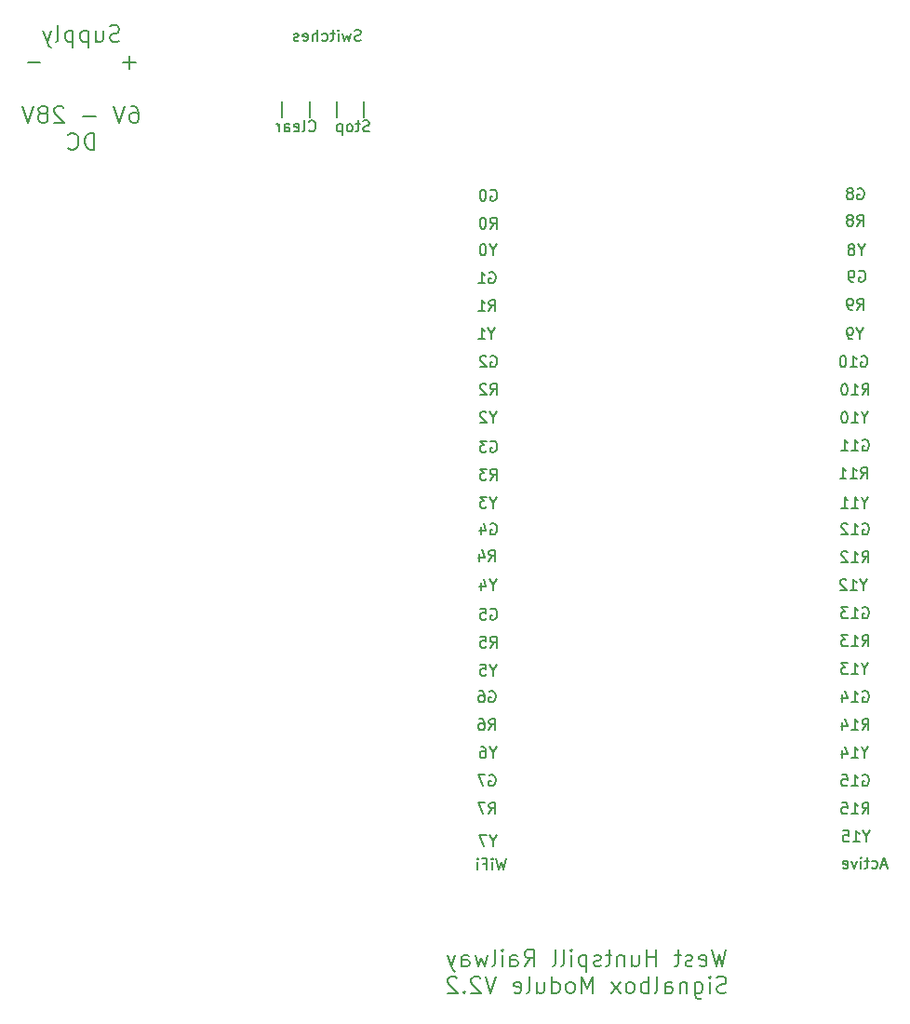
<source format=gbr>
%TF.GenerationSoftware,KiCad,Pcbnew,(5.1.9-0-10_14)*%
%TF.CreationDate,2021-07-30T11:39:19+01:00*%
%TF.ProjectId,SignalBox,5369676e-616c-4426-9f78-2e6b69636164,V2.1*%
%TF.SameCoordinates,Original*%
%TF.FileFunction,Legend,Bot*%
%TF.FilePolarity,Positive*%
%FSLAX46Y46*%
G04 Gerber Fmt 4.6, Leading zero omitted, Abs format (unit mm)*
G04 Created by KiCad (PCBNEW (5.1.9-0-10_14)) date 2021-07-30 11:39:19*
%MOMM*%
%LPD*%
G01*
G04 APERTURE LIST*
%ADD10C,0.150000*%
%ADD11C,0.200000*%
G04 APERTURE END LIST*
D10*
X153878452Y-83034190D02*
X153878452Y-83510380D01*
X154211785Y-82510380D02*
X153878452Y-83034190D01*
X153545119Y-82510380D01*
X153259404Y-82605619D02*
X153211785Y-82558000D01*
X153116547Y-82510380D01*
X152878452Y-82510380D01*
X152783214Y-82558000D01*
X152735595Y-82605619D01*
X152687976Y-82700857D01*
X152687976Y-82796095D01*
X152735595Y-82938952D01*
X153307023Y-83510380D01*
X152687976Y-83510380D01*
D11*
X119887571Y-48793142D02*
X119673285Y-48864571D01*
X119316142Y-48864571D01*
X119173285Y-48793142D01*
X119101857Y-48721714D01*
X119030428Y-48578857D01*
X119030428Y-48436000D01*
X119101857Y-48293142D01*
X119173285Y-48221714D01*
X119316142Y-48150285D01*
X119601857Y-48078857D01*
X119744714Y-48007428D01*
X119816142Y-47936000D01*
X119887571Y-47793142D01*
X119887571Y-47650285D01*
X119816142Y-47507428D01*
X119744714Y-47436000D01*
X119601857Y-47364571D01*
X119244714Y-47364571D01*
X119030428Y-47436000D01*
X117744714Y-47864571D02*
X117744714Y-48864571D01*
X118387571Y-47864571D02*
X118387571Y-48650285D01*
X118316142Y-48793142D01*
X118173285Y-48864571D01*
X117959000Y-48864571D01*
X117816142Y-48793142D01*
X117744714Y-48721714D01*
X117030428Y-47864571D02*
X117030428Y-49364571D01*
X117030428Y-47936000D02*
X116887571Y-47864571D01*
X116601857Y-47864571D01*
X116459000Y-47936000D01*
X116387571Y-48007428D01*
X116316142Y-48150285D01*
X116316142Y-48578857D01*
X116387571Y-48721714D01*
X116459000Y-48793142D01*
X116601857Y-48864571D01*
X116887571Y-48864571D01*
X117030428Y-48793142D01*
X115673285Y-47864571D02*
X115673285Y-49364571D01*
X115673285Y-47936000D02*
X115530428Y-47864571D01*
X115244714Y-47864571D01*
X115101857Y-47936000D01*
X115030428Y-48007428D01*
X114959000Y-48150285D01*
X114959000Y-48578857D01*
X115030428Y-48721714D01*
X115101857Y-48793142D01*
X115244714Y-48864571D01*
X115530428Y-48864571D01*
X115673285Y-48793142D01*
X114101857Y-48864571D02*
X114244714Y-48793142D01*
X114316142Y-48650285D01*
X114316142Y-47364571D01*
X113673285Y-47864571D02*
X113316142Y-48864571D01*
X112959000Y-47864571D02*
X113316142Y-48864571D01*
X113459000Y-49221714D01*
X113530428Y-49293142D01*
X113673285Y-49364571D01*
X121387571Y-50743142D02*
X120244714Y-50743142D01*
X120816142Y-51314571D02*
X120816142Y-50171714D01*
X112673285Y-50743142D02*
X111530428Y-50743142D01*
X120959000Y-54714571D02*
X121244714Y-54714571D01*
X121387571Y-54786000D01*
X121459000Y-54857428D01*
X121601857Y-55071714D01*
X121673285Y-55357428D01*
X121673285Y-55928857D01*
X121601857Y-56071714D01*
X121530428Y-56143142D01*
X121387571Y-56214571D01*
X121101857Y-56214571D01*
X120959000Y-56143142D01*
X120887571Y-56071714D01*
X120816142Y-55928857D01*
X120816142Y-55571714D01*
X120887571Y-55428857D01*
X120959000Y-55357428D01*
X121101857Y-55286000D01*
X121387571Y-55286000D01*
X121530428Y-55357428D01*
X121601857Y-55428857D01*
X121673285Y-55571714D01*
X120387571Y-54714571D02*
X119887571Y-56214571D01*
X119387571Y-54714571D01*
X117744714Y-55643142D02*
X116601857Y-55643142D01*
X114816142Y-54857428D02*
X114744714Y-54786000D01*
X114601857Y-54714571D01*
X114244714Y-54714571D01*
X114101857Y-54786000D01*
X114030428Y-54857428D01*
X113959000Y-55000285D01*
X113959000Y-55143142D01*
X114030428Y-55357428D01*
X114887571Y-56214571D01*
X113959000Y-56214571D01*
X113101857Y-55357428D02*
X113244714Y-55286000D01*
X113316142Y-55214571D01*
X113387571Y-55071714D01*
X113387571Y-55000285D01*
X113316142Y-54857428D01*
X113244714Y-54786000D01*
X113101857Y-54714571D01*
X112816142Y-54714571D01*
X112673285Y-54786000D01*
X112601857Y-54857428D01*
X112530428Y-55000285D01*
X112530428Y-55071714D01*
X112601857Y-55214571D01*
X112673285Y-55286000D01*
X112816142Y-55357428D01*
X113101857Y-55357428D01*
X113244714Y-55428857D01*
X113316142Y-55500285D01*
X113387571Y-55643142D01*
X113387571Y-55928857D01*
X113316142Y-56071714D01*
X113244714Y-56143142D01*
X113101857Y-56214571D01*
X112816142Y-56214571D01*
X112673285Y-56143142D01*
X112601857Y-56071714D01*
X112530428Y-55928857D01*
X112530428Y-55643142D01*
X112601857Y-55500285D01*
X112673285Y-55428857D01*
X112816142Y-55357428D01*
X112101857Y-54714571D02*
X111601857Y-56214571D01*
X111101857Y-54714571D01*
X117601857Y-58664571D02*
X117601857Y-57164571D01*
X117244714Y-57164571D01*
X117030428Y-57236000D01*
X116887571Y-57378857D01*
X116816142Y-57521714D01*
X116744714Y-57807428D01*
X116744714Y-58021714D01*
X116816142Y-58307428D01*
X116887571Y-58450285D01*
X117030428Y-58593142D01*
X117244714Y-58664571D01*
X117601857Y-58664571D01*
X115244714Y-58521714D02*
X115316142Y-58593142D01*
X115530428Y-58664571D01*
X115673285Y-58664571D01*
X115887571Y-58593142D01*
X116030428Y-58450285D01*
X116101857Y-58307428D01*
X116173285Y-58021714D01*
X116173285Y-57807428D01*
X116101857Y-57521714D01*
X116030428Y-57378857D01*
X115887571Y-57236000D01*
X115673285Y-57164571D01*
X115530428Y-57164571D01*
X115316142Y-57236000D01*
X115244714Y-57307428D01*
D10*
X141858619Y-48730761D02*
X141715761Y-48778380D01*
X141477666Y-48778380D01*
X141382428Y-48730761D01*
X141334809Y-48683142D01*
X141287190Y-48587904D01*
X141287190Y-48492666D01*
X141334809Y-48397428D01*
X141382428Y-48349809D01*
X141477666Y-48302190D01*
X141668142Y-48254571D01*
X141763380Y-48206952D01*
X141811000Y-48159333D01*
X141858619Y-48064095D01*
X141858619Y-47968857D01*
X141811000Y-47873619D01*
X141763380Y-47826000D01*
X141668142Y-47778380D01*
X141430047Y-47778380D01*
X141287190Y-47826000D01*
X140953857Y-48111714D02*
X140763380Y-48778380D01*
X140572904Y-48302190D01*
X140382428Y-48778380D01*
X140191952Y-48111714D01*
X139811000Y-48778380D02*
X139811000Y-48111714D01*
X139811000Y-47778380D02*
X139858619Y-47826000D01*
X139811000Y-47873619D01*
X139763380Y-47826000D01*
X139811000Y-47778380D01*
X139811000Y-47873619D01*
X139477666Y-48111714D02*
X139096714Y-48111714D01*
X139334809Y-47778380D02*
X139334809Y-48635523D01*
X139287190Y-48730761D01*
X139191952Y-48778380D01*
X139096714Y-48778380D01*
X138334809Y-48730761D02*
X138430047Y-48778380D01*
X138620523Y-48778380D01*
X138715761Y-48730761D01*
X138763380Y-48683142D01*
X138811000Y-48587904D01*
X138811000Y-48302190D01*
X138763380Y-48206952D01*
X138715761Y-48159333D01*
X138620523Y-48111714D01*
X138430047Y-48111714D01*
X138334809Y-48159333D01*
X137906238Y-48778380D02*
X137906238Y-47778380D01*
X137477666Y-48778380D02*
X137477666Y-48254571D01*
X137525285Y-48159333D01*
X137620523Y-48111714D01*
X137763380Y-48111714D01*
X137858619Y-48159333D01*
X137906238Y-48206952D01*
X136620523Y-48730761D02*
X136715761Y-48778380D01*
X136906238Y-48778380D01*
X137001476Y-48730761D01*
X137049095Y-48635523D01*
X137049095Y-48254571D01*
X137001476Y-48159333D01*
X136906238Y-48111714D01*
X136715761Y-48111714D01*
X136620523Y-48159333D01*
X136572904Y-48254571D01*
X136572904Y-48349809D01*
X137049095Y-48445047D01*
X136191952Y-48730761D02*
X136096714Y-48778380D01*
X135906238Y-48778380D01*
X135811000Y-48730761D01*
X135763380Y-48635523D01*
X135763380Y-48587904D01*
X135811000Y-48492666D01*
X135906238Y-48445047D01*
X136049095Y-48445047D01*
X136144333Y-48397428D01*
X136191952Y-48302190D01*
X136191952Y-48254571D01*
X136144333Y-48159333D01*
X136049095Y-48111714D01*
X135906238Y-48111714D01*
X135811000Y-48159333D01*
X142144333Y-55711714D02*
X142144333Y-54283142D01*
X139668142Y-55711714D02*
X139668142Y-54283142D01*
X137191952Y-55711714D02*
X137191952Y-54283142D01*
X134715761Y-55711714D02*
X134715761Y-54283142D01*
X142620523Y-56980761D02*
X142477666Y-57028380D01*
X142239571Y-57028380D01*
X142144333Y-56980761D01*
X142096714Y-56933142D01*
X142049095Y-56837904D01*
X142049095Y-56742666D01*
X142096714Y-56647428D01*
X142144333Y-56599809D01*
X142239571Y-56552190D01*
X142430047Y-56504571D01*
X142525285Y-56456952D01*
X142572904Y-56409333D01*
X142620523Y-56314095D01*
X142620523Y-56218857D01*
X142572904Y-56123619D01*
X142525285Y-56076000D01*
X142430047Y-56028380D01*
X142191952Y-56028380D01*
X142049095Y-56076000D01*
X141763380Y-56361714D02*
X141382428Y-56361714D01*
X141620523Y-56028380D02*
X141620523Y-56885523D01*
X141572904Y-56980761D01*
X141477666Y-57028380D01*
X141382428Y-57028380D01*
X140906238Y-57028380D02*
X141001476Y-56980761D01*
X141049095Y-56933142D01*
X141096714Y-56837904D01*
X141096714Y-56552190D01*
X141049095Y-56456952D01*
X141001476Y-56409333D01*
X140906238Y-56361714D01*
X140763380Y-56361714D01*
X140668142Y-56409333D01*
X140620523Y-56456952D01*
X140572904Y-56552190D01*
X140572904Y-56837904D01*
X140620523Y-56933142D01*
X140668142Y-56980761D01*
X140763380Y-57028380D01*
X140906238Y-57028380D01*
X140144333Y-56361714D02*
X140144333Y-57361714D01*
X140144333Y-56409333D02*
X140049095Y-56361714D01*
X139858619Y-56361714D01*
X139763380Y-56409333D01*
X139715761Y-56456952D01*
X139668142Y-56552190D01*
X139668142Y-56837904D01*
X139715761Y-56933142D01*
X139763380Y-56980761D01*
X139858619Y-57028380D01*
X140049095Y-57028380D01*
X140144333Y-56980761D01*
X137144333Y-56933142D02*
X137191952Y-56980761D01*
X137334809Y-57028380D01*
X137430047Y-57028380D01*
X137572904Y-56980761D01*
X137668142Y-56885523D01*
X137715761Y-56790285D01*
X137763380Y-56599809D01*
X137763380Y-56456952D01*
X137715761Y-56266476D01*
X137668142Y-56171238D01*
X137572904Y-56076000D01*
X137430047Y-56028380D01*
X137334809Y-56028380D01*
X137191952Y-56076000D01*
X137144333Y-56123619D01*
X136572904Y-57028380D02*
X136668142Y-56980761D01*
X136715761Y-56885523D01*
X136715761Y-56028380D01*
X135811000Y-56980761D02*
X135906238Y-57028380D01*
X136096714Y-57028380D01*
X136191952Y-56980761D01*
X136239571Y-56885523D01*
X136239571Y-56504571D01*
X136191952Y-56409333D01*
X136096714Y-56361714D01*
X135906238Y-56361714D01*
X135811000Y-56409333D01*
X135763380Y-56504571D01*
X135763380Y-56599809D01*
X136239571Y-56695047D01*
X134906238Y-57028380D02*
X134906238Y-56504571D01*
X134953857Y-56409333D01*
X135049095Y-56361714D01*
X135239571Y-56361714D01*
X135334809Y-56409333D01*
X134906238Y-56980761D02*
X135001476Y-57028380D01*
X135239571Y-57028380D01*
X135334809Y-56980761D01*
X135382428Y-56885523D01*
X135382428Y-56790285D01*
X135334809Y-56695047D01*
X135239571Y-56647428D01*
X135001476Y-56647428D01*
X134906238Y-56599809D01*
X134430047Y-57028380D02*
X134430047Y-56361714D01*
X134430047Y-56552190D02*
X134382428Y-56456952D01*
X134334809Y-56409333D01*
X134239571Y-56361714D01*
X134144333Y-56361714D01*
X187723833Y-83034190D02*
X187723833Y-83510380D01*
X188057166Y-82510380D02*
X187723833Y-83034190D01*
X187390500Y-82510380D01*
X186533357Y-83510380D02*
X187104785Y-83510380D01*
X186819071Y-83510380D02*
X186819071Y-82510380D01*
X186914309Y-82653238D01*
X187009547Y-82748476D01*
X187104785Y-82796095D01*
X185914309Y-82510380D02*
X185819071Y-82510380D01*
X185723833Y-82558000D01*
X185676214Y-82605619D01*
X185628595Y-82700857D01*
X185580976Y-82891333D01*
X185580976Y-83129428D01*
X185628595Y-83319904D01*
X185676214Y-83415142D01*
X185723833Y-83462761D01*
X185819071Y-83510380D01*
X185914309Y-83510380D01*
X186009547Y-83462761D01*
X186057166Y-83415142D01*
X186104785Y-83319904D01*
X186152404Y-83129428D01*
X186152404Y-82891333D01*
X186104785Y-82700857D01*
X186057166Y-82605619D01*
X186009547Y-82558000D01*
X185914309Y-82510380D01*
X187485738Y-80970380D02*
X187819071Y-80494190D01*
X188057166Y-80970380D02*
X188057166Y-79970380D01*
X187676214Y-79970380D01*
X187580976Y-80018000D01*
X187533357Y-80065619D01*
X187485738Y-80160857D01*
X187485738Y-80303714D01*
X187533357Y-80398952D01*
X187580976Y-80446571D01*
X187676214Y-80494190D01*
X188057166Y-80494190D01*
X186533357Y-80970380D02*
X187104785Y-80970380D01*
X186819071Y-80970380D02*
X186819071Y-79970380D01*
X186914309Y-80113238D01*
X187009547Y-80208476D01*
X187104785Y-80256095D01*
X185914309Y-79970380D02*
X185819071Y-79970380D01*
X185723833Y-80018000D01*
X185676214Y-80065619D01*
X185628595Y-80160857D01*
X185580976Y-80351333D01*
X185580976Y-80589428D01*
X185628595Y-80779904D01*
X185676214Y-80875142D01*
X185723833Y-80922761D01*
X185819071Y-80970380D01*
X185914309Y-80970380D01*
X186009547Y-80922761D01*
X186057166Y-80875142D01*
X186104785Y-80779904D01*
X186152404Y-80589428D01*
X186152404Y-80351333D01*
X186104785Y-80160857D01*
X186057166Y-80065619D01*
X186009547Y-80018000D01*
X185914309Y-79970380D01*
X187041357Y-73223380D02*
X187374690Y-72747190D01*
X187612785Y-73223380D02*
X187612785Y-72223380D01*
X187231833Y-72223380D01*
X187136595Y-72271000D01*
X187088976Y-72318619D01*
X187041357Y-72413857D01*
X187041357Y-72556714D01*
X187088976Y-72651952D01*
X187136595Y-72699571D01*
X187231833Y-72747190D01*
X187612785Y-72747190D01*
X186565166Y-73223380D02*
X186374690Y-73223380D01*
X186279452Y-73175761D01*
X186231833Y-73128142D01*
X186136595Y-72985285D01*
X186088976Y-72794809D01*
X186088976Y-72413857D01*
X186136595Y-72318619D01*
X186184214Y-72271000D01*
X186279452Y-72223380D01*
X186469928Y-72223380D01*
X186565166Y-72271000D01*
X186612785Y-72318619D01*
X186660404Y-72413857D01*
X186660404Y-72651952D01*
X186612785Y-72747190D01*
X186565166Y-72794809D01*
X186469928Y-72842428D01*
X186279452Y-72842428D01*
X186184214Y-72794809D01*
X186136595Y-72747190D01*
X186088976Y-72651952D01*
X187279452Y-75414190D02*
X187279452Y-75890380D01*
X187612785Y-74890380D02*
X187279452Y-75414190D01*
X186946119Y-74890380D01*
X186565166Y-75890380D02*
X186374690Y-75890380D01*
X186279452Y-75842761D01*
X186231833Y-75795142D01*
X186136595Y-75652285D01*
X186088976Y-75461809D01*
X186088976Y-75080857D01*
X186136595Y-74985619D01*
X186184214Y-74938000D01*
X186279452Y-74890380D01*
X186469928Y-74890380D01*
X186565166Y-74938000D01*
X186612785Y-74985619D01*
X186660404Y-75080857D01*
X186660404Y-75318952D01*
X186612785Y-75414190D01*
X186565166Y-75461809D01*
X186469928Y-75509428D01*
X186279452Y-75509428D01*
X186184214Y-75461809D01*
X186136595Y-75414190D01*
X186088976Y-75318952D01*
X187406357Y-77478000D02*
X187501595Y-77430380D01*
X187644452Y-77430380D01*
X187787309Y-77478000D01*
X187882547Y-77573238D01*
X187930166Y-77668476D01*
X187977785Y-77858952D01*
X187977785Y-78001809D01*
X187930166Y-78192285D01*
X187882547Y-78287523D01*
X187787309Y-78382761D01*
X187644452Y-78430380D01*
X187549214Y-78430380D01*
X187406357Y-78382761D01*
X187358738Y-78335142D01*
X187358738Y-78001809D01*
X187549214Y-78001809D01*
X186406357Y-78430380D02*
X186977785Y-78430380D01*
X186692071Y-78430380D02*
X186692071Y-77430380D01*
X186787309Y-77573238D01*
X186882547Y-77668476D01*
X186977785Y-77716095D01*
X185787309Y-77430380D02*
X185692071Y-77430380D01*
X185596833Y-77478000D01*
X185549214Y-77525619D01*
X185501595Y-77620857D01*
X185453976Y-77811333D01*
X185453976Y-78049428D01*
X185501595Y-78239904D01*
X185549214Y-78335142D01*
X185596833Y-78382761D01*
X185692071Y-78430380D01*
X185787309Y-78430380D01*
X185882547Y-78382761D01*
X185930166Y-78335142D01*
X185977785Y-78239904D01*
X186025404Y-78049428D01*
X186025404Y-77811333D01*
X185977785Y-77620857D01*
X185930166Y-77525619D01*
X185882547Y-77478000D01*
X185787309Y-77430380D01*
X187596833Y-98274190D02*
X187596833Y-98750380D01*
X187930166Y-97750380D02*
X187596833Y-98274190D01*
X187263500Y-97750380D01*
X186406357Y-98750380D02*
X186977785Y-98750380D01*
X186692071Y-98750380D02*
X186692071Y-97750380D01*
X186787309Y-97893238D01*
X186882547Y-97988476D01*
X186977785Y-98036095D01*
X186025404Y-97845619D02*
X185977785Y-97798000D01*
X185882547Y-97750380D01*
X185644452Y-97750380D01*
X185549214Y-97798000D01*
X185501595Y-97845619D01*
X185453976Y-97940857D01*
X185453976Y-98036095D01*
X185501595Y-98178952D01*
X186073023Y-98750380D01*
X185453976Y-98750380D01*
X187485738Y-96210380D02*
X187819071Y-95734190D01*
X188057166Y-96210380D02*
X188057166Y-95210380D01*
X187676214Y-95210380D01*
X187580976Y-95258000D01*
X187533357Y-95305619D01*
X187485738Y-95400857D01*
X187485738Y-95543714D01*
X187533357Y-95638952D01*
X187580976Y-95686571D01*
X187676214Y-95734190D01*
X188057166Y-95734190D01*
X186533357Y-96210380D02*
X187104785Y-96210380D01*
X186819071Y-96210380D02*
X186819071Y-95210380D01*
X186914309Y-95353238D01*
X187009547Y-95448476D01*
X187104785Y-95496095D01*
X186152404Y-95305619D02*
X186104785Y-95258000D01*
X186009547Y-95210380D01*
X185771452Y-95210380D01*
X185676214Y-95258000D01*
X185628595Y-95305619D01*
X185580976Y-95400857D01*
X185580976Y-95496095D01*
X185628595Y-95638952D01*
X186200023Y-96210380D01*
X185580976Y-96210380D01*
X187533357Y-92718000D02*
X187628595Y-92670380D01*
X187771452Y-92670380D01*
X187914309Y-92718000D01*
X188009547Y-92813238D01*
X188057166Y-92908476D01*
X188104785Y-93098952D01*
X188104785Y-93241809D01*
X188057166Y-93432285D01*
X188009547Y-93527523D01*
X187914309Y-93622761D01*
X187771452Y-93670380D01*
X187676214Y-93670380D01*
X187533357Y-93622761D01*
X187485738Y-93575142D01*
X187485738Y-93241809D01*
X187676214Y-93241809D01*
X186533357Y-93670380D02*
X187104785Y-93670380D01*
X186819071Y-93670380D02*
X186819071Y-92670380D01*
X186914309Y-92813238D01*
X187009547Y-92908476D01*
X187104785Y-92956095D01*
X186152404Y-92765619D02*
X186104785Y-92718000D01*
X186009547Y-92670380D01*
X185771452Y-92670380D01*
X185676214Y-92718000D01*
X185628595Y-92765619D01*
X185580976Y-92860857D01*
X185580976Y-92956095D01*
X185628595Y-93098952D01*
X186200023Y-93670380D01*
X185580976Y-93670380D01*
X187723833Y-105894190D02*
X187723833Y-106370380D01*
X188057166Y-105370380D02*
X187723833Y-105894190D01*
X187390500Y-105370380D01*
X186533357Y-106370380D02*
X187104785Y-106370380D01*
X186819071Y-106370380D02*
X186819071Y-105370380D01*
X186914309Y-105513238D01*
X187009547Y-105608476D01*
X187104785Y-105656095D01*
X186200023Y-105370380D02*
X185580976Y-105370380D01*
X185914309Y-105751333D01*
X185771452Y-105751333D01*
X185676214Y-105798952D01*
X185628595Y-105846571D01*
X185580976Y-105941809D01*
X185580976Y-106179904D01*
X185628595Y-106275142D01*
X185676214Y-106322761D01*
X185771452Y-106370380D01*
X186057166Y-106370380D01*
X186152404Y-106322761D01*
X186200023Y-106275142D01*
X187485738Y-103830380D02*
X187819071Y-103354190D01*
X188057166Y-103830380D02*
X188057166Y-102830380D01*
X187676214Y-102830380D01*
X187580976Y-102878000D01*
X187533357Y-102925619D01*
X187485738Y-103020857D01*
X187485738Y-103163714D01*
X187533357Y-103258952D01*
X187580976Y-103306571D01*
X187676214Y-103354190D01*
X188057166Y-103354190D01*
X186533357Y-103830380D02*
X187104785Y-103830380D01*
X186819071Y-103830380D02*
X186819071Y-102830380D01*
X186914309Y-102973238D01*
X187009547Y-103068476D01*
X187104785Y-103116095D01*
X186200023Y-102830380D02*
X185580976Y-102830380D01*
X185914309Y-103211333D01*
X185771452Y-103211333D01*
X185676214Y-103258952D01*
X185628595Y-103306571D01*
X185580976Y-103401809D01*
X185580976Y-103639904D01*
X185628595Y-103735142D01*
X185676214Y-103782761D01*
X185771452Y-103830380D01*
X186057166Y-103830380D01*
X186152404Y-103782761D01*
X186200023Y-103735142D01*
X187533357Y-100338000D02*
X187628595Y-100290380D01*
X187771452Y-100290380D01*
X187914309Y-100338000D01*
X188009547Y-100433238D01*
X188057166Y-100528476D01*
X188104785Y-100718952D01*
X188104785Y-100861809D01*
X188057166Y-101052285D01*
X188009547Y-101147523D01*
X187914309Y-101242761D01*
X187771452Y-101290380D01*
X187676214Y-101290380D01*
X187533357Y-101242761D01*
X187485738Y-101195142D01*
X187485738Y-100861809D01*
X187676214Y-100861809D01*
X186533357Y-101290380D02*
X187104785Y-101290380D01*
X186819071Y-101290380D02*
X186819071Y-100290380D01*
X186914309Y-100433238D01*
X187009547Y-100528476D01*
X187104785Y-100576095D01*
X186200023Y-100290380D02*
X185580976Y-100290380D01*
X185914309Y-100671333D01*
X185771452Y-100671333D01*
X185676214Y-100718952D01*
X185628595Y-100766571D01*
X185580976Y-100861809D01*
X185580976Y-101099904D01*
X185628595Y-101195142D01*
X185676214Y-101242761D01*
X185771452Y-101290380D01*
X186057166Y-101290380D01*
X186152404Y-101242761D01*
X186200023Y-101195142D01*
X189707976Y-123737666D02*
X189231785Y-123737666D01*
X189803214Y-124023380D02*
X189469880Y-123023380D01*
X189136547Y-124023380D01*
X188374642Y-123975761D02*
X188469880Y-124023380D01*
X188660357Y-124023380D01*
X188755595Y-123975761D01*
X188803214Y-123928142D01*
X188850833Y-123832904D01*
X188850833Y-123547190D01*
X188803214Y-123451952D01*
X188755595Y-123404333D01*
X188660357Y-123356714D01*
X188469880Y-123356714D01*
X188374642Y-123404333D01*
X188088928Y-123356714D02*
X187707976Y-123356714D01*
X187946071Y-123023380D02*
X187946071Y-123880523D01*
X187898452Y-123975761D01*
X187803214Y-124023380D01*
X187707976Y-124023380D01*
X187374642Y-124023380D02*
X187374642Y-123356714D01*
X187374642Y-123023380D02*
X187422261Y-123071000D01*
X187374642Y-123118619D01*
X187327023Y-123071000D01*
X187374642Y-123023380D01*
X187374642Y-123118619D01*
X186993690Y-123356714D02*
X186755595Y-124023380D01*
X186517500Y-123356714D01*
X185755595Y-123975761D02*
X185850833Y-124023380D01*
X186041309Y-124023380D01*
X186136547Y-123975761D01*
X186184166Y-123880523D01*
X186184166Y-123499571D01*
X186136547Y-123404333D01*
X186041309Y-123356714D01*
X185850833Y-123356714D01*
X185755595Y-123404333D01*
X185707976Y-123499571D01*
X185707976Y-123594809D01*
X186184166Y-123690047D01*
X187215976Y-69731000D02*
X187311214Y-69683380D01*
X187454071Y-69683380D01*
X187596928Y-69731000D01*
X187692166Y-69826238D01*
X187739785Y-69921476D01*
X187787404Y-70111952D01*
X187787404Y-70254809D01*
X187739785Y-70445285D01*
X187692166Y-70540523D01*
X187596928Y-70635761D01*
X187454071Y-70683380D01*
X187358833Y-70683380D01*
X187215976Y-70635761D01*
X187168357Y-70588142D01*
X187168357Y-70254809D01*
X187358833Y-70254809D01*
X186692166Y-70683380D02*
X186501690Y-70683380D01*
X186406452Y-70635761D01*
X186358833Y-70588142D01*
X186263595Y-70445285D01*
X186215976Y-70254809D01*
X186215976Y-69873857D01*
X186263595Y-69778619D01*
X186311214Y-69731000D01*
X186406452Y-69683380D01*
X186596928Y-69683380D01*
X186692166Y-69731000D01*
X186739785Y-69778619D01*
X186787404Y-69873857D01*
X186787404Y-70111952D01*
X186739785Y-70207190D01*
X186692166Y-70254809D01*
X186596928Y-70302428D01*
X186406452Y-70302428D01*
X186311214Y-70254809D01*
X186263595Y-70207190D01*
X186215976Y-70111952D01*
X187088976Y-62238000D02*
X187184214Y-62190380D01*
X187327071Y-62190380D01*
X187469928Y-62238000D01*
X187565166Y-62333238D01*
X187612785Y-62428476D01*
X187660404Y-62618952D01*
X187660404Y-62761809D01*
X187612785Y-62952285D01*
X187565166Y-63047523D01*
X187469928Y-63142761D01*
X187327071Y-63190380D01*
X187231833Y-63190380D01*
X187088976Y-63142761D01*
X187041357Y-63095142D01*
X187041357Y-62761809D01*
X187231833Y-62761809D01*
X186469928Y-62618952D02*
X186565166Y-62571333D01*
X186612785Y-62523714D01*
X186660404Y-62428476D01*
X186660404Y-62380857D01*
X186612785Y-62285619D01*
X186565166Y-62238000D01*
X186469928Y-62190380D01*
X186279452Y-62190380D01*
X186184214Y-62238000D01*
X186136595Y-62285619D01*
X186088976Y-62380857D01*
X186088976Y-62428476D01*
X186136595Y-62523714D01*
X186184214Y-62571333D01*
X186279452Y-62618952D01*
X186469928Y-62618952D01*
X186565166Y-62666571D01*
X186612785Y-62714190D01*
X186660404Y-62809428D01*
X186660404Y-62999904D01*
X186612785Y-63095142D01*
X186565166Y-63142761D01*
X186469928Y-63190380D01*
X186279452Y-63190380D01*
X186184214Y-63142761D01*
X186136595Y-63095142D01*
X186088976Y-62999904D01*
X186088976Y-62809428D01*
X186136595Y-62714190D01*
X186184214Y-62666571D01*
X186279452Y-62618952D01*
X187723833Y-113514190D02*
X187723833Y-113990380D01*
X188057166Y-112990380D02*
X187723833Y-113514190D01*
X187390500Y-112990380D01*
X186533357Y-113990380D02*
X187104785Y-113990380D01*
X186819071Y-113990380D02*
X186819071Y-112990380D01*
X186914309Y-113133238D01*
X187009547Y-113228476D01*
X187104785Y-113276095D01*
X185676214Y-113323714D02*
X185676214Y-113990380D01*
X185914309Y-112942761D02*
X186152404Y-113657047D01*
X185533357Y-113657047D01*
X187041357Y-65603380D02*
X187374690Y-65127190D01*
X187612785Y-65603380D02*
X187612785Y-64603380D01*
X187231833Y-64603380D01*
X187136595Y-64651000D01*
X187088976Y-64698619D01*
X187041357Y-64793857D01*
X187041357Y-64936714D01*
X187088976Y-65031952D01*
X187136595Y-65079571D01*
X187231833Y-65127190D01*
X187612785Y-65127190D01*
X186469928Y-65031952D02*
X186565166Y-64984333D01*
X186612785Y-64936714D01*
X186660404Y-64841476D01*
X186660404Y-64793857D01*
X186612785Y-64698619D01*
X186565166Y-64651000D01*
X186469928Y-64603380D01*
X186279452Y-64603380D01*
X186184214Y-64651000D01*
X186136595Y-64698619D01*
X186088976Y-64793857D01*
X186088976Y-64841476D01*
X186136595Y-64936714D01*
X186184214Y-64984333D01*
X186279452Y-65031952D01*
X186469928Y-65031952D01*
X186565166Y-65079571D01*
X186612785Y-65127190D01*
X186660404Y-65222428D01*
X186660404Y-65412904D01*
X186612785Y-65508142D01*
X186565166Y-65555761D01*
X186469928Y-65603380D01*
X186279452Y-65603380D01*
X186184214Y-65555761D01*
X186136595Y-65508142D01*
X186088976Y-65412904D01*
X186088976Y-65222428D01*
X186136595Y-65127190D01*
X186184214Y-65079571D01*
X186279452Y-65031952D01*
X187533357Y-115578000D02*
X187628595Y-115530380D01*
X187771452Y-115530380D01*
X187914309Y-115578000D01*
X188009547Y-115673238D01*
X188057166Y-115768476D01*
X188104785Y-115958952D01*
X188104785Y-116101809D01*
X188057166Y-116292285D01*
X188009547Y-116387523D01*
X187914309Y-116482761D01*
X187771452Y-116530380D01*
X187676214Y-116530380D01*
X187533357Y-116482761D01*
X187485738Y-116435142D01*
X187485738Y-116101809D01*
X187676214Y-116101809D01*
X186533357Y-116530380D02*
X187104785Y-116530380D01*
X186819071Y-116530380D02*
X186819071Y-115530380D01*
X186914309Y-115673238D01*
X187009547Y-115768476D01*
X187104785Y-115816095D01*
X185628595Y-115530380D02*
X186104785Y-115530380D01*
X186152404Y-116006571D01*
X186104785Y-115958952D01*
X186009547Y-115911333D01*
X185771452Y-115911333D01*
X185676214Y-115958952D01*
X185628595Y-116006571D01*
X185580976Y-116101809D01*
X185580976Y-116339904D01*
X185628595Y-116435142D01*
X185676214Y-116482761D01*
X185771452Y-116530380D01*
X186009547Y-116530380D01*
X186104785Y-116482761D01*
X186152404Y-116435142D01*
X187358738Y-88590380D02*
X187692071Y-88114190D01*
X187930166Y-88590380D02*
X187930166Y-87590380D01*
X187549214Y-87590380D01*
X187453976Y-87638000D01*
X187406357Y-87685619D01*
X187358738Y-87780857D01*
X187358738Y-87923714D01*
X187406357Y-88018952D01*
X187453976Y-88066571D01*
X187549214Y-88114190D01*
X187930166Y-88114190D01*
X186406357Y-88590380D02*
X186977785Y-88590380D01*
X186692071Y-88590380D02*
X186692071Y-87590380D01*
X186787309Y-87733238D01*
X186882547Y-87828476D01*
X186977785Y-87876095D01*
X185453976Y-88590380D02*
X186025404Y-88590380D01*
X185739690Y-88590380D02*
X185739690Y-87590380D01*
X185834928Y-87733238D01*
X185930166Y-87828476D01*
X186025404Y-87876095D01*
X187485738Y-111450380D02*
X187819071Y-110974190D01*
X188057166Y-111450380D02*
X188057166Y-110450380D01*
X187676214Y-110450380D01*
X187580976Y-110498000D01*
X187533357Y-110545619D01*
X187485738Y-110640857D01*
X187485738Y-110783714D01*
X187533357Y-110878952D01*
X187580976Y-110926571D01*
X187676214Y-110974190D01*
X188057166Y-110974190D01*
X186533357Y-111450380D02*
X187104785Y-111450380D01*
X186819071Y-111450380D02*
X186819071Y-110450380D01*
X186914309Y-110593238D01*
X187009547Y-110688476D01*
X187104785Y-110736095D01*
X185676214Y-110783714D02*
X185676214Y-111450380D01*
X185914309Y-110402761D02*
X186152404Y-111117047D01*
X185533357Y-111117047D01*
X187850833Y-121134190D02*
X187850833Y-121610380D01*
X188184166Y-120610380D02*
X187850833Y-121134190D01*
X187517500Y-120610380D01*
X186660357Y-121610380D02*
X187231785Y-121610380D01*
X186946071Y-121610380D02*
X186946071Y-120610380D01*
X187041309Y-120753238D01*
X187136547Y-120848476D01*
X187231785Y-120896095D01*
X185755595Y-120610380D02*
X186231785Y-120610380D01*
X186279404Y-121086571D01*
X186231785Y-121038952D01*
X186136547Y-120991333D01*
X185898452Y-120991333D01*
X185803214Y-121038952D01*
X185755595Y-121086571D01*
X185707976Y-121181809D01*
X185707976Y-121419904D01*
X185755595Y-121515142D01*
X185803214Y-121562761D01*
X185898452Y-121610380D01*
X186136547Y-121610380D01*
X186231785Y-121562761D01*
X186279404Y-121515142D01*
X187533357Y-85098000D02*
X187628595Y-85050380D01*
X187771452Y-85050380D01*
X187914309Y-85098000D01*
X188009547Y-85193238D01*
X188057166Y-85288476D01*
X188104785Y-85478952D01*
X188104785Y-85621809D01*
X188057166Y-85812285D01*
X188009547Y-85907523D01*
X187914309Y-86002761D01*
X187771452Y-86050380D01*
X187676214Y-86050380D01*
X187533357Y-86002761D01*
X187485738Y-85955142D01*
X187485738Y-85621809D01*
X187676214Y-85621809D01*
X186533357Y-86050380D02*
X187104785Y-86050380D01*
X186819071Y-86050380D02*
X186819071Y-85050380D01*
X186914309Y-85193238D01*
X187009547Y-85288476D01*
X187104785Y-85336095D01*
X185580976Y-86050380D02*
X186152404Y-86050380D01*
X185866690Y-86050380D02*
X185866690Y-85050380D01*
X185961928Y-85193238D01*
X186057166Y-85288476D01*
X186152404Y-85336095D01*
X187533357Y-107958000D02*
X187628595Y-107910380D01*
X187771452Y-107910380D01*
X187914309Y-107958000D01*
X188009547Y-108053238D01*
X188057166Y-108148476D01*
X188104785Y-108338952D01*
X188104785Y-108481809D01*
X188057166Y-108672285D01*
X188009547Y-108767523D01*
X187914309Y-108862761D01*
X187771452Y-108910380D01*
X187676214Y-108910380D01*
X187533357Y-108862761D01*
X187485738Y-108815142D01*
X187485738Y-108481809D01*
X187676214Y-108481809D01*
X186533357Y-108910380D02*
X187104785Y-108910380D01*
X186819071Y-108910380D02*
X186819071Y-107910380D01*
X186914309Y-108053238D01*
X187009547Y-108148476D01*
X187104785Y-108196095D01*
X185676214Y-108243714D02*
X185676214Y-108910380D01*
X185914309Y-107862761D02*
X186152404Y-108577047D01*
X185533357Y-108577047D01*
X187723833Y-90781190D02*
X187723833Y-91257380D01*
X188057166Y-90257380D02*
X187723833Y-90781190D01*
X187390500Y-90257380D01*
X186533357Y-91257380D02*
X187104785Y-91257380D01*
X186819071Y-91257380D02*
X186819071Y-90257380D01*
X186914309Y-90400238D01*
X187009547Y-90495476D01*
X187104785Y-90543095D01*
X185580976Y-91257380D02*
X186152404Y-91257380D01*
X185866690Y-91257380D02*
X185866690Y-90257380D01*
X185961928Y-90400238D01*
X186057166Y-90495476D01*
X186152404Y-90543095D01*
X187485738Y-119070380D02*
X187819071Y-118594190D01*
X188057166Y-119070380D02*
X188057166Y-118070380D01*
X187676214Y-118070380D01*
X187580976Y-118118000D01*
X187533357Y-118165619D01*
X187485738Y-118260857D01*
X187485738Y-118403714D01*
X187533357Y-118498952D01*
X187580976Y-118546571D01*
X187676214Y-118594190D01*
X188057166Y-118594190D01*
X186533357Y-119070380D02*
X187104785Y-119070380D01*
X186819071Y-119070380D02*
X186819071Y-118070380D01*
X186914309Y-118213238D01*
X187009547Y-118308476D01*
X187104785Y-118356095D01*
X185628595Y-118070380D02*
X186104785Y-118070380D01*
X186152404Y-118546571D01*
X186104785Y-118498952D01*
X186009547Y-118451333D01*
X185771452Y-118451333D01*
X185676214Y-118498952D01*
X185628595Y-118546571D01*
X185580976Y-118641809D01*
X185580976Y-118879904D01*
X185628595Y-118975142D01*
X185676214Y-119022761D01*
X185771452Y-119070380D01*
X186009547Y-119070380D01*
X186104785Y-119022761D01*
X186152404Y-118975142D01*
X187406452Y-67794190D02*
X187406452Y-68270380D01*
X187739785Y-67270380D02*
X187406452Y-67794190D01*
X187073119Y-67270380D01*
X186596928Y-67698952D02*
X186692166Y-67651333D01*
X186739785Y-67603714D01*
X186787404Y-67508476D01*
X186787404Y-67460857D01*
X186739785Y-67365619D01*
X186692166Y-67318000D01*
X186596928Y-67270380D01*
X186406452Y-67270380D01*
X186311214Y-67318000D01*
X186263595Y-67365619D01*
X186215976Y-67460857D01*
X186215976Y-67508476D01*
X186263595Y-67603714D01*
X186311214Y-67651333D01*
X186406452Y-67698952D01*
X186596928Y-67698952D01*
X186692166Y-67746571D01*
X186739785Y-67794190D01*
X186787404Y-67889428D01*
X186787404Y-68079904D01*
X186739785Y-68175142D01*
X186692166Y-68222761D01*
X186596928Y-68270380D01*
X186406452Y-68270380D01*
X186311214Y-68222761D01*
X186263595Y-68175142D01*
X186215976Y-68079904D01*
X186215976Y-67889428D01*
X186263595Y-67794190D01*
X186311214Y-67746571D01*
X186406452Y-67698952D01*
X155053023Y-123150380D02*
X154814928Y-124150380D01*
X154624452Y-123436095D01*
X154433976Y-124150380D01*
X154195880Y-123150380D01*
X153814928Y-124150380D02*
X153814928Y-123483714D01*
X153814928Y-123150380D02*
X153862547Y-123198000D01*
X153814928Y-123245619D01*
X153767309Y-123198000D01*
X153814928Y-123150380D01*
X153814928Y-123245619D01*
X153005404Y-123626571D02*
X153338738Y-123626571D01*
X153338738Y-124150380D02*
X153338738Y-123150380D01*
X152862547Y-123150380D01*
X152481595Y-124150380D02*
X152481595Y-123483714D01*
X152481595Y-123150380D02*
X152529214Y-123198000D01*
X152481595Y-123245619D01*
X152433976Y-123198000D01*
X152481595Y-123150380D01*
X152481595Y-123245619D01*
X153560976Y-115578000D02*
X153656214Y-115530380D01*
X153799071Y-115530380D01*
X153941928Y-115578000D01*
X154037166Y-115673238D01*
X154084785Y-115768476D01*
X154132404Y-115958952D01*
X154132404Y-116101809D01*
X154084785Y-116292285D01*
X154037166Y-116387523D01*
X153941928Y-116482761D01*
X153799071Y-116530380D01*
X153703833Y-116530380D01*
X153560976Y-116482761D01*
X153513357Y-116435142D01*
X153513357Y-116101809D01*
X153703833Y-116101809D01*
X153180023Y-115530380D02*
X152513357Y-115530380D01*
X152941928Y-116530380D01*
X153513357Y-119070380D02*
X153846690Y-118594190D01*
X154084785Y-119070380D02*
X154084785Y-118070380D01*
X153703833Y-118070380D01*
X153608595Y-118118000D01*
X153560976Y-118165619D01*
X153513357Y-118260857D01*
X153513357Y-118403714D01*
X153560976Y-118498952D01*
X153608595Y-118546571D01*
X153703833Y-118594190D01*
X154084785Y-118594190D01*
X153180023Y-118070380D02*
X152513357Y-118070380D01*
X152941928Y-119070380D01*
X153878452Y-121515190D02*
X153878452Y-121991380D01*
X154211785Y-120991380D02*
X153878452Y-121515190D01*
X153545119Y-120991380D01*
X153307023Y-120991380D02*
X152640357Y-120991380D01*
X153068928Y-121991380D01*
X153560976Y-107958000D02*
X153656214Y-107910380D01*
X153799071Y-107910380D01*
X153941928Y-107958000D01*
X154037166Y-108053238D01*
X154084785Y-108148476D01*
X154132404Y-108338952D01*
X154132404Y-108481809D01*
X154084785Y-108672285D01*
X154037166Y-108767523D01*
X153941928Y-108862761D01*
X153799071Y-108910380D01*
X153703833Y-108910380D01*
X153560976Y-108862761D01*
X153513357Y-108815142D01*
X153513357Y-108481809D01*
X153703833Y-108481809D01*
X152656214Y-107910380D02*
X152846690Y-107910380D01*
X152941928Y-107958000D01*
X152989547Y-108005619D01*
X153084785Y-108148476D01*
X153132404Y-108338952D01*
X153132404Y-108719904D01*
X153084785Y-108815142D01*
X153037166Y-108862761D01*
X152941928Y-108910380D01*
X152751452Y-108910380D01*
X152656214Y-108862761D01*
X152608595Y-108815142D01*
X152560976Y-108719904D01*
X152560976Y-108481809D01*
X152608595Y-108386571D01*
X152656214Y-108338952D01*
X152751452Y-108291333D01*
X152941928Y-108291333D01*
X153037166Y-108338952D01*
X153084785Y-108386571D01*
X153132404Y-108481809D01*
X153513357Y-111450380D02*
X153846690Y-110974190D01*
X154084785Y-111450380D02*
X154084785Y-110450380D01*
X153703833Y-110450380D01*
X153608595Y-110498000D01*
X153560976Y-110545619D01*
X153513357Y-110640857D01*
X153513357Y-110783714D01*
X153560976Y-110878952D01*
X153608595Y-110926571D01*
X153703833Y-110974190D01*
X154084785Y-110974190D01*
X152656214Y-110450380D02*
X152846690Y-110450380D01*
X152941928Y-110498000D01*
X152989547Y-110545619D01*
X153084785Y-110688476D01*
X153132404Y-110878952D01*
X153132404Y-111259904D01*
X153084785Y-111355142D01*
X153037166Y-111402761D01*
X152941928Y-111450380D01*
X152751452Y-111450380D01*
X152656214Y-111402761D01*
X152608595Y-111355142D01*
X152560976Y-111259904D01*
X152560976Y-111021809D01*
X152608595Y-110926571D01*
X152656214Y-110878952D01*
X152751452Y-110831333D01*
X152941928Y-110831333D01*
X153037166Y-110878952D01*
X153084785Y-110926571D01*
X153132404Y-111021809D01*
X153878452Y-113514190D02*
X153878452Y-113990380D01*
X154211785Y-112990380D02*
X153878452Y-113514190D01*
X153545119Y-112990380D01*
X152783214Y-112990380D02*
X152973690Y-112990380D01*
X153068928Y-113038000D01*
X153116547Y-113085619D01*
X153211785Y-113228476D01*
X153259404Y-113418952D01*
X153259404Y-113799904D01*
X153211785Y-113895142D01*
X153164166Y-113942761D01*
X153068928Y-113990380D01*
X152878452Y-113990380D01*
X152783214Y-113942761D01*
X152735595Y-113895142D01*
X152687976Y-113799904D01*
X152687976Y-113561809D01*
X152735595Y-113466571D01*
X152783214Y-113418952D01*
X152878452Y-113371333D01*
X153068928Y-113371333D01*
X153164166Y-113418952D01*
X153211785Y-113466571D01*
X153259404Y-113561809D01*
X153687976Y-100465000D02*
X153783214Y-100417380D01*
X153926071Y-100417380D01*
X154068928Y-100465000D01*
X154164166Y-100560238D01*
X154211785Y-100655476D01*
X154259404Y-100845952D01*
X154259404Y-100988809D01*
X154211785Y-101179285D01*
X154164166Y-101274523D01*
X154068928Y-101369761D01*
X153926071Y-101417380D01*
X153830833Y-101417380D01*
X153687976Y-101369761D01*
X153640357Y-101322142D01*
X153640357Y-100988809D01*
X153830833Y-100988809D01*
X152735595Y-100417380D02*
X153211785Y-100417380D01*
X153259404Y-100893571D01*
X153211785Y-100845952D01*
X153116547Y-100798333D01*
X152878452Y-100798333D01*
X152783214Y-100845952D01*
X152735595Y-100893571D01*
X152687976Y-100988809D01*
X152687976Y-101226904D01*
X152735595Y-101322142D01*
X152783214Y-101369761D01*
X152878452Y-101417380D01*
X153116547Y-101417380D01*
X153211785Y-101369761D01*
X153259404Y-101322142D01*
X153640357Y-103957380D02*
X153973690Y-103481190D01*
X154211785Y-103957380D02*
X154211785Y-102957380D01*
X153830833Y-102957380D01*
X153735595Y-103005000D01*
X153687976Y-103052619D01*
X153640357Y-103147857D01*
X153640357Y-103290714D01*
X153687976Y-103385952D01*
X153735595Y-103433571D01*
X153830833Y-103481190D01*
X154211785Y-103481190D01*
X152735595Y-102957380D02*
X153211785Y-102957380D01*
X153259404Y-103433571D01*
X153211785Y-103385952D01*
X153116547Y-103338333D01*
X152878452Y-103338333D01*
X152783214Y-103385952D01*
X152735595Y-103433571D01*
X152687976Y-103528809D01*
X152687976Y-103766904D01*
X152735595Y-103862142D01*
X152783214Y-103909761D01*
X152878452Y-103957380D01*
X153116547Y-103957380D01*
X153211785Y-103909761D01*
X153259404Y-103862142D01*
X153878452Y-106021190D02*
X153878452Y-106497380D01*
X154211785Y-105497380D02*
X153878452Y-106021190D01*
X153545119Y-105497380D01*
X152735595Y-105497380D02*
X153211785Y-105497380D01*
X153259404Y-105973571D01*
X153211785Y-105925952D01*
X153116547Y-105878333D01*
X152878452Y-105878333D01*
X152783214Y-105925952D01*
X152735595Y-105973571D01*
X152687976Y-106068809D01*
X152687976Y-106306904D01*
X152735595Y-106402142D01*
X152783214Y-106449761D01*
X152878452Y-106497380D01*
X153116547Y-106497380D01*
X153211785Y-106449761D01*
X153259404Y-106402142D01*
X153687976Y-92718000D02*
X153783214Y-92670380D01*
X153926071Y-92670380D01*
X154068928Y-92718000D01*
X154164166Y-92813238D01*
X154211785Y-92908476D01*
X154259404Y-93098952D01*
X154259404Y-93241809D01*
X154211785Y-93432285D01*
X154164166Y-93527523D01*
X154068928Y-93622761D01*
X153926071Y-93670380D01*
X153830833Y-93670380D01*
X153687976Y-93622761D01*
X153640357Y-93575142D01*
X153640357Y-93241809D01*
X153830833Y-93241809D01*
X152783214Y-93003714D02*
X152783214Y-93670380D01*
X153021309Y-92622761D02*
X153259404Y-93337047D01*
X152640357Y-93337047D01*
X153513357Y-96083380D02*
X153846690Y-95607190D01*
X154084785Y-96083380D02*
X154084785Y-95083380D01*
X153703833Y-95083380D01*
X153608595Y-95131000D01*
X153560976Y-95178619D01*
X153513357Y-95273857D01*
X153513357Y-95416714D01*
X153560976Y-95511952D01*
X153608595Y-95559571D01*
X153703833Y-95607190D01*
X154084785Y-95607190D01*
X152656214Y-95416714D02*
X152656214Y-96083380D01*
X152894309Y-95035761D02*
X153132404Y-95750047D01*
X152513357Y-95750047D01*
X153878452Y-98274190D02*
X153878452Y-98750380D01*
X154211785Y-97750380D02*
X153878452Y-98274190D01*
X153545119Y-97750380D01*
X152783214Y-98083714D02*
X152783214Y-98750380D01*
X153021309Y-97702761D02*
X153259404Y-98417047D01*
X152640357Y-98417047D01*
X153687976Y-85225000D02*
X153783214Y-85177380D01*
X153926071Y-85177380D01*
X154068928Y-85225000D01*
X154164166Y-85320238D01*
X154211785Y-85415476D01*
X154259404Y-85605952D01*
X154259404Y-85748809D01*
X154211785Y-85939285D01*
X154164166Y-86034523D01*
X154068928Y-86129761D01*
X153926071Y-86177380D01*
X153830833Y-86177380D01*
X153687976Y-86129761D01*
X153640357Y-86082142D01*
X153640357Y-85748809D01*
X153830833Y-85748809D01*
X153307023Y-85177380D02*
X152687976Y-85177380D01*
X153021309Y-85558333D01*
X152878452Y-85558333D01*
X152783214Y-85605952D01*
X152735595Y-85653571D01*
X152687976Y-85748809D01*
X152687976Y-85986904D01*
X152735595Y-86082142D01*
X152783214Y-86129761D01*
X152878452Y-86177380D01*
X153164166Y-86177380D01*
X153259404Y-86129761D01*
X153307023Y-86082142D01*
X153640357Y-88717380D02*
X153973690Y-88241190D01*
X154211785Y-88717380D02*
X154211785Y-87717380D01*
X153830833Y-87717380D01*
X153735595Y-87765000D01*
X153687976Y-87812619D01*
X153640357Y-87907857D01*
X153640357Y-88050714D01*
X153687976Y-88145952D01*
X153735595Y-88193571D01*
X153830833Y-88241190D01*
X154211785Y-88241190D01*
X153307023Y-87717380D02*
X152687976Y-87717380D01*
X153021309Y-88098333D01*
X152878452Y-88098333D01*
X152783214Y-88145952D01*
X152735595Y-88193571D01*
X152687976Y-88288809D01*
X152687976Y-88526904D01*
X152735595Y-88622142D01*
X152783214Y-88669761D01*
X152878452Y-88717380D01*
X153164166Y-88717380D01*
X153259404Y-88669761D01*
X153307023Y-88622142D01*
X153878452Y-90781190D02*
X153878452Y-91257380D01*
X154211785Y-90257380D02*
X153878452Y-90781190D01*
X153545119Y-90257380D01*
X153307023Y-90257380D02*
X152687976Y-90257380D01*
X153021309Y-90638333D01*
X152878452Y-90638333D01*
X152783214Y-90685952D01*
X152735595Y-90733571D01*
X152687976Y-90828809D01*
X152687976Y-91066904D01*
X152735595Y-91162142D01*
X152783214Y-91209761D01*
X152878452Y-91257380D01*
X153164166Y-91257380D01*
X153259404Y-91209761D01*
X153307023Y-91162142D01*
X153687976Y-77478000D02*
X153783214Y-77430380D01*
X153926071Y-77430380D01*
X154068928Y-77478000D01*
X154164166Y-77573238D01*
X154211785Y-77668476D01*
X154259404Y-77858952D01*
X154259404Y-78001809D01*
X154211785Y-78192285D01*
X154164166Y-78287523D01*
X154068928Y-78382761D01*
X153926071Y-78430380D01*
X153830833Y-78430380D01*
X153687976Y-78382761D01*
X153640357Y-78335142D01*
X153640357Y-78001809D01*
X153830833Y-78001809D01*
X153259404Y-77525619D02*
X153211785Y-77478000D01*
X153116547Y-77430380D01*
X152878452Y-77430380D01*
X152783214Y-77478000D01*
X152735595Y-77525619D01*
X152687976Y-77620857D01*
X152687976Y-77716095D01*
X152735595Y-77858952D01*
X153307023Y-78430380D01*
X152687976Y-78430380D01*
X153640357Y-80970380D02*
X153973690Y-80494190D01*
X154211785Y-80970380D02*
X154211785Y-79970380D01*
X153830833Y-79970380D01*
X153735595Y-80018000D01*
X153687976Y-80065619D01*
X153640357Y-80160857D01*
X153640357Y-80303714D01*
X153687976Y-80398952D01*
X153735595Y-80446571D01*
X153830833Y-80494190D01*
X154211785Y-80494190D01*
X153259404Y-80065619D02*
X153211785Y-80018000D01*
X153116547Y-79970380D01*
X152878452Y-79970380D01*
X152783214Y-80018000D01*
X152735595Y-80065619D01*
X152687976Y-80160857D01*
X152687976Y-80256095D01*
X152735595Y-80398952D01*
X153307023Y-80970380D01*
X152687976Y-80970380D01*
X153560976Y-69858000D02*
X153656214Y-69810380D01*
X153799071Y-69810380D01*
X153941928Y-69858000D01*
X154037166Y-69953238D01*
X154084785Y-70048476D01*
X154132404Y-70238952D01*
X154132404Y-70381809D01*
X154084785Y-70572285D01*
X154037166Y-70667523D01*
X153941928Y-70762761D01*
X153799071Y-70810380D01*
X153703833Y-70810380D01*
X153560976Y-70762761D01*
X153513357Y-70715142D01*
X153513357Y-70381809D01*
X153703833Y-70381809D01*
X152560976Y-70810380D02*
X153132404Y-70810380D01*
X152846690Y-70810380D02*
X152846690Y-69810380D01*
X152941928Y-69953238D01*
X153037166Y-70048476D01*
X153132404Y-70096095D01*
X153513357Y-73350380D02*
X153846690Y-72874190D01*
X154084785Y-73350380D02*
X154084785Y-72350380D01*
X153703833Y-72350380D01*
X153608595Y-72398000D01*
X153560976Y-72445619D01*
X153513357Y-72540857D01*
X153513357Y-72683714D01*
X153560976Y-72778952D01*
X153608595Y-72826571D01*
X153703833Y-72874190D01*
X154084785Y-72874190D01*
X152560976Y-73350380D02*
X153132404Y-73350380D01*
X152846690Y-73350380D02*
X152846690Y-72350380D01*
X152941928Y-72493238D01*
X153037166Y-72588476D01*
X153132404Y-72636095D01*
X153751452Y-75414190D02*
X153751452Y-75890380D01*
X154084785Y-74890380D02*
X153751452Y-75414190D01*
X153418119Y-74890380D01*
X152560976Y-75890380D02*
X153132404Y-75890380D01*
X152846690Y-75890380D02*
X152846690Y-74890380D01*
X152941928Y-75033238D01*
X153037166Y-75128476D01*
X153132404Y-75176095D01*
X153878452Y-67794190D02*
X153878452Y-68270380D01*
X154211785Y-67270380D02*
X153878452Y-67794190D01*
X153545119Y-67270380D01*
X153021309Y-67270380D02*
X152926071Y-67270380D01*
X152830833Y-67318000D01*
X152783214Y-67365619D01*
X152735595Y-67460857D01*
X152687976Y-67651333D01*
X152687976Y-67889428D01*
X152735595Y-68079904D01*
X152783214Y-68175142D01*
X152830833Y-68222761D01*
X152926071Y-68270380D01*
X153021309Y-68270380D01*
X153116547Y-68222761D01*
X153164166Y-68175142D01*
X153211785Y-68079904D01*
X153259404Y-67889428D01*
X153259404Y-67651333D01*
X153211785Y-67460857D01*
X153164166Y-67365619D01*
X153116547Y-67318000D01*
X153021309Y-67270380D01*
X153640357Y-65857380D02*
X153973690Y-65381190D01*
X154211785Y-65857380D02*
X154211785Y-64857380D01*
X153830833Y-64857380D01*
X153735595Y-64905000D01*
X153687976Y-64952619D01*
X153640357Y-65047857D01*
X153640357Y-65190714D01*
X153687976Y-65285952D01*
X153735595Y-65333571D01*
X153830833Y-65381190D01*
X154211785Y-65381190D01*
X153021309Y-64857380D02*
X152926071Y-64857380D01*
X152830833Y-64905000D01*
X152783214Y-64952619D01*
X152735595Y-65047857D01*
X152687976Y-65238333D01*
X152687976Y-65476428D01*
X152735595Y-65666904D01*
X152783214Y-65762142D01*
X152830833Y-65809761D01*
X152926071Y-65857380D01*
X153021309Y-65857380D01*
X153116547Y-65809761D01*
X153164166Y-65762142D01*
X153211785Y-65666904D01*
X153259404Y-65476428D01*
X153259404Y-65238333D01*
X153211785Y-65047857D01*
X153164166Y-64952619D01*
X153116547Y-64905000D01*
X153021309Y-64857380D01*
X153687976Y-62365000D02*
X153783214Y-62317380D01*
X153926071Y-62317380D01*
X154068928Y-62365000D01*
X154164166Y-62460238D01*
X154211785Y-62555476D01*
X154259404Y-62745952D01*
X154259404Y-62888809D01*
X154211785Y-63079285D01*
X154164166Y-63174523D01*
X154068928Y-63269761D01*
X153926071Y-63317380D01*
X153830833Y-63317380D01*
X153687976Y-63269761D01*
X153640357Y-63222142D01*
X153640357Y-62888809D01*
X153830833Y-62888809D01*
X153021309Y-62317380D02*
X152926071Y-62317380D01*
X152830833Y-62365000D01*
X152783214Y-62412619D01*
X152735595Y-62507857D01*
X152687976Y-62698333D01*
X152687976Y-62936428D01*
X152735595Y-63126904D01*
X152783214Y-63222142D01*
X152830833Y-63269761D01*
X152926071Y-63317380D01*
X153021309Y-63317380D01*
X153116547Y-63269761D01*
X153164166Y-63222142D01*
X153211785Y-63126904D01*
X153259404Y-62936428D01*
X153259404Y-62698333D01*
X153211785Y-62507857D01*
X153164166Y-62412619D01*
X153116547Y-62365000D01*
X153021309Y-62317380D01*
D11*
X175111571Y-131430571D02*
X174754428Y-132930571D01*
X174468714Y-131859142D01*
X174183000Y-132930571D01*
X173825857Y-131430571D01*
X172683000Y-132859142D02*
X172825857Y-132930571D01*
X173111571Y-132930571D01*
X173254428Y-132859142D01*
X173325857Y-132716285D01*
X173325857Y-132144857D01*
X173254428Y-132002000D01*
X173111571Y-131930571D01*
X172825857Y-131930571D01*
X172683000Y-132002000D01*
X172611571Y-132144857D01*
X172611571Y-132287714D01*
X173325857Y-132430571D01*
X172040142Y-132859142D02*
X171897285Y-132930571D01*
X171611571Y-132930571D01*
X171468714Y-132859142D01*
X171397285Y-132716285D01*
X171397285Y-132644857D01*
X171468714Y-132502000D01*
X171611571Y-132430571D01*
X171825857Y-132430571D01*
X171968714Y-132359142D01*
X172040142Y-132216285D01*
X172040142Y-132144857D01*
X171968714Y-132002000D01*
X171825857Y-131930571D01*
X171611571Y-131930571D01*
X171468714Y-132002000D01*
X170968714Y-131930571D02*
X170397285Y-131930571D01*
X170754428Y-131430571D02*
X170754428Y-132716285D01*
X170683000Y-132859142D01*
X170540142Y-132930571D01*
X170397285Y-132930571D01*
X168754428Y-132930571D02*
X168754428Y-131430571D01*
X168754428Y-132144857D02*
X167897285Y-132144857D01*
X167897285Y-132930571D02*
X167897285Y-131430571D01*
X166540142Y-131930571D02*
X166540142Y-132930571D01*
X167183000Y-131930571D02*
X167183000Y-132716285D01*
X167111571Y-132859142D01*
X166968714Y-132930571D01*
X166754428Y-132930571D01*
X166611571Y-132859142D01*
X166540142Y-132787714D01*
X165825857Y-131930571D02*
X165825857Y-132930571D01*
X165825857Y-132073428D02*
X165754428Y-132002000D01*
X165611571Y-131930571D01*
X165397285Y-131930571D01*
X165254428Y-132002000D01*
X165183000Y-132144857D01*
X165183000Y-132930571D01*
X164683000Y-131930571D02*
X164111571Y-131930571D01*
X164468714Y-131430571D02*
X164468714Y-132716285D01*
X164397285Y-132859142D01*
X164254428Y-132930571D01*
X164111571Y-132930571D01*
X163683000Y-132859142D02*
X163540142Y-132930571D01*
X163254428Y-132930571D01*
X163111571Y-132859142D01*
X163040142Y-132716285D01*
X163040142Y-132644857D01*
X163111571Y-132502000D01*
X163254428Y-132430571D01*
X163468714Y-132430571D01*
X163611571Y-132359142D01*
X163683000Y-132216285D01*
X163683000Y-132144857D01*
X163611571Y-132002000D01*
X163468714Y-131930571D01*
X163254428Y-131930571D01*
X163111571Y-132002000D01*
X162397285Y-131930571D02*
X162397285Y-133430571D01*
X162397285Y-132002000D02*
X162254428Y-131930571D01*
X161968714Y-131930571D01*
X161825857Y-132002000D01*
X161754428Y-132073428D01*
X161683000Y-132216285D01*
X161683000Y-132644857D01*
X161754428Y-132787714D01*
X161825857Y-132859142D01*
X161968714Y-132930571D01*
X162254428Y-132930571D01*
X162397285Y-132859142D01*
X161040142Y-132930571D02*
X161040142Y-131930571D01*
X161040142Y-131430571D02*
X161111571Y-131502000D01*
X161040142Y-131573428D01*
X160968714Y-131502000D01*
X161040142Y-131430571D01*
X161040142Y-131573428D01*
X160111571Y-132930571D02*
X160254428Y-132859142D01*
X160325857Y-132716285D01*
X160325857Y-131430571D01*
X159325857Y-132930571D02*
X159468714Y-132859142D01*
X159540142Y-132716285D01*
X159540142Y-131430571D01*
X156754428Y-132930571D02*
X157254428Y-132216285D01*
X157611571Y-132930571D02*
X157611571Y-131430571D01*
X157040142Y-131430571D01*
X156897285Y-131502000D01*
X156825857Y-131573428D01*
X156754428Y-131716285D01*
X156754428Y-131930571D01*
X156825857Y-132073428D01*
X156897285Y-132144857D01*
X157040142Y-132216285D01*
X157611571Y-132216285D01*
X155468714Y-132930571D02*
X155468714Y-132144857D01*
X155540142Y-132002000D01*
X155683000Y-131930571D01*
X155968714Y-131930571D01*
X156111571Y-132002000D01*
X155468714Y-132859142D02*
X155611571Y-132930571D01*
X155968714Y-132930571D01*
X156111571Y-132859142D01*
X156183000Y-132716285D01*
X156183000Y-132573428D01*
X156111571Y-132430571D01*
X155968714Y-132359142D01*
X155611571Y-132359142D01*
X155468714Y-132287714D01*
X154754428Y-132930571D02*
X154754428Y-131930571D01*
X154754428Y-131430571D02*
X154825857Y-131502000D01*
X154754428Y-131573428D01*
X154683000Y-131502000D01*
X154754428Y-131430571D01*
X154754428Y-131573428D01*
X153825857Y-132930571D02*
X153968714Y-132859142D01*
X154040142Y-132716285D01*
X154040142Y-131430571D01*
X153397285Y-131930571D02*
X153111571Y-132930571D01*
X152825857Y-132216285D01*
X152540142Y-132930571D01*
X152254428Y-131930571D01*
X151040142Y-132930571D02*
X151040142Y-132144857D01*
X151111571Y-132002000D01*
X151254428Y-131930571D01*
X151540142Y-131930571D01*
X151683000Y-132002000D01*
X151040142Y-132859142D02*
X151183000Y-132930571D01*
X151540142Y-132930571D01*
X151683000Y-132859142D01*
X151754428Y-132716285D01*
X151754428Y-132573428D01*
X151683000Y-132430571D01*
X151540142Y-132359142D01*
X151183000Y-132359142D01*
X151040142Y-132287714D01*
X150468714Y-131930571D02*
X150111571Y-132930571D01*
X149754428Y-131930571D02*
X150111571Y-132930571D01*
X150254428Y-133287714D01*
X150325857Y-133359142D01*
X150468714Y-133430571D01*
X175111571Y-135309142D02*
X174897285Y-135380571D01*
X174540142Y-135380571D01*
X174397285Y-135309142D01*
X174325857Y-135237714D01*
X174254428Y-135094857D01*
X174254428Y-134952000D01*
X174325857Y-134809142D01*
X174397285Y-134737714D01*
X174540142Y-134666285D01*
X174825857Y-134594857D01*
X174968714Y-134523428D01*
X175040142Y-134452000D01*
X175111571Y-134309142D01*
X175111571Y-134166285D01*
X175040142Y-134023428D01*
X174968714Y-133952000D01*
X174825857Y-133880571D01*
X174468714Y-133880571D01*
X174254428Y-133952000D01*
X173611571Y-135380571D02*
X173611571Y-134380571D01*
X173611571Y-133880571D02*
X173683000Y-133952000D01*
X173611571Y-134023428D01*
X173540142Y-133952000D01*
X173611571Y-133880571D01*
X173611571Y-134023428D01*
X172254428Y-134380571D02*
X172254428Y-135594857D01*
X172325857Y-135737714D01*
X172397285Y-135809142D01*
X172540142Y-135880571D01*
X172754428Y-135880571D01*
X172897285Y-135809142D01*
X172254428Y-135309142D02*
X172397285Y-135380571D01*
X172683000Y-135380571D01*
X172825857Y-135309142D01*
X172897285Y-135237714D01*
X172968714Y-135094857D01*
X172968714Y-134666285D01*
X172897285Y-134523428D01*
X172825857Y-134452000D01*
X172683000Y-134380571D01*
X172397285Y-134380571D01*
X172254428Y-134452000D01*
X171540142Y-134380571D02*
X171540142Y-135380571D01*
X171540142Y-134523428D02*
X171468714Y-134452000D01*
X171325857Y-134380571D01*
X171111571Y-134380571D01*
X170968714Y-134452000D01*
X170897285Y-134594857D01*
X170897285Y-135380571D01*
X169540142Y-135380571D02*
X169540142Y-134594857D01*
X169611571Y-134452000D01*
X169754428Y-134380571D01*
X170040142Y-134380571D01*
X170183000Y-134452000D01*
X169540142Y-135309142D02*
X169683000Y-135380571D01*
X170040142Y-135380571D01*
X170183000Y-135309142D01*
X170254428Y-135166285D01*
X170254428Y-135023428D01*
X170183000Y-134880571D01*
X170040142Y-134809142D01*
X169683000Y-134809142D01*
X169540142Y-134737714D01*
X168611571Y-135380571D02*
X168754428Y-135309142D01*
X168825857Y-135166285D01*
X168825857Y-133880571D01*
X168040142Y-135380571D02*
X168040142Y-133880571D01*
X168040142Y-134452000D02*
X167897285Y-134380571D01*
X167611571Y-134380571D01*
X167468714Y-134452000D01*
X167397285Y-134523428D01*
X167325857Y-134666285D01*
X167325857Y-135094857D01*
X167397285Y-135237714D01*
X167468714Y-135309142D01*
X167611571Y-135380571D01*
X167897285Y-135380571D01*
X168040142Y-135309142D01*
X166468714Y-135380571D02*
X166611571Y-135309142D01*
X166683000Y-135237714D01*
X166754428Y-135094857D01*
X166754428Y-134666285D01*
X166683000Y-134523428D01*
X166611571Y-134452000D01*
X166468714Y-134380571D01*
X166254428Y-134380571D01*
X166111571Y-134452000D01*
X166040142Y-134523428D01*
X165968714Y-134666285D01*
X165968714Y-135094857D01*
X166040142Y-135237714D01*
X166111571Y-135309142D01*
X166254428Y-135380571D01*
X166468714Y-135380571D01*
X165468714Y-135380571D02*
X164683000Y-134380571D01*
X165468714Y-134380571D02*
X164683000Y-135380571D01*
X162968714Y-135380571D02*
X162968714Y-133880571D01*
X162468714Y-134952000D01*
X161968714Y-133880571D01*
X161968714Y-135380571D01*
X161040142Y-135380571D02*
X161183000Y-135309142D01*
X161254428Y-135237714D01*
X161325857Y-135094857D01*
X161325857Y-134666285D01*
X161254428Y-134523428D01*
X161183000Y-134452000D01*
X161040142Y-134380571D01*
X160825857Y-134380571D01*
X160683000Y-134452000D01*
X160611571Y-134523428D01*
X160540142Y-134666285D01*
X160540142Y-135094857D01*
X160611571Y-135237714D01*
X160683000Y-135309142D01*
X160825857Y-135380571D01*
X161040142Y-135380571D01*
X159254428Y-135380571D02*
X159254428Y-133880571D01*
X159254428Y-135309142D02*
X159397285Y-135380571D01*
X159683000Y-135380571D01*
X159825857Y-135309142D01*
X159897285Y-135237714D01*
X159968714Y-135094857D01*
X159968714Y-134666285D01*
X159897285Y-134523428D01*
X159825857Y-134452000D01*
X159683000Y-134380571D01*
X159397285Y-134380571D01*
X159254428Y-134452000D01*
X157897285Y-134380571D02*
X157897285Y-135380571D01*
X158540142Y-134380571D02*
X158540142Y-135166285D01*
X158468714Y-135309142D01*
X158325857Y-135380571D01*
X158111571Y-135380571D01*
X157968714Y-135309142D01*
X157897285Y-135237714D01*
X156968714Y-135380571D02*
X157111571Y-135309142D01*
X157183000Y-135166285D01*
X157183000Y-133880571D01*
X155825857Y-135309142D02*
X155968714Y-135380571D01*
X156254428Y-135380571D01*
X156397285Y-135309142D01*
X156468714Y-135166285D01*
X156468714Y-134594857D01*
X156397285Y-134452000D01*
X156254428Y-134380571D01*
X155968714Y-134380571D01*
X155825857Y-134452000D01*
X155754428Y-134594857D01*
X155754428Y-134737714D01*
X156468714Y-134880571D01*
X154183000Y-133880571D02*
X153683000Y-135380571D01*
X153183000Y-133880571D01*
X152754428Y-134023428D02*
X152683000Y-133952000D01*
X152540142Y-133880571D01*
X152183000Y-133880571D01*
X152040142Y-133952000D01*
X151968714Y-134023428D01*
X151897285Y-134166285D01*
X151897285Y-134309142D01*
X151968714Y-134523428D01*
X152825857Y-135380571D01*
X151897285Y-135380571D01*
X151254428Y-135237714D02*
X151183000Y-135309142D01*
X151254428Y-135380571D01*
X151325857Y-135309142D01*
X151254428Y-135237714D01*
X151254428Y-135380571D01*
X150611571Y-134023428D02*
X150540142Y-133952000D01*
X150397285Y-133880571D01*
X150040142Y-133880571D01*
X149897285Y-133952000D01*
X149825857Y-134023428D01*
X149754428Y-134166285D01*
X149754428Y-134309142D01*
X149825857Y-134523428D01*
X150683000Y-135380571D01*
X149754428Y-135380571D01*
M02*

</source>
